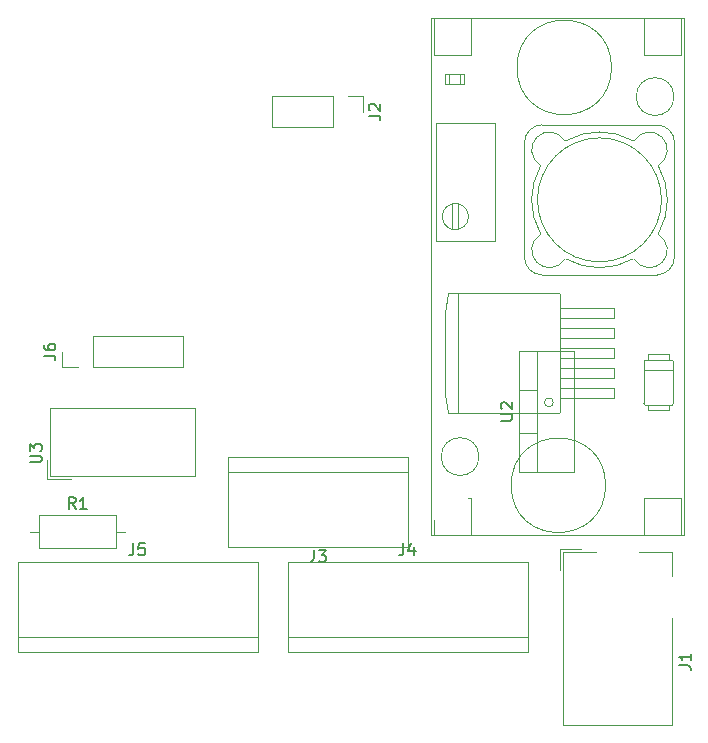
<source format=gbr>
%TF.GenerationSoftware,KiCad,Pcbnew,(6.0.7)*%
%TF.CreationDate,2022-09-24T10:52:59-05:00*%
%TF.ProjectId,adap0,61646170-302e-46b6-9963-61645f706362,rev?*%
%TF.SameCoordinates,Original*%
%TF.FileFunction,Legend,Top*%
%TF.FilePolarity,Positive*%
%FSLAX46Y46*%
G04 Gerber Fmt 4.6, Leading zero omitted, Abs format (unit mm)*
G04 Created by KiCad (PCBNEW (6.0.7)) date 2022-09-24 10:52:59*
%MOMM*%
%LPD*%
G01*
G04 APERTURE LIST*
%ADD10C,0.150000*%
%ADD11C,0.120000*%
G04 APERTURE END LIST*
D10*
%TO.C,J4*%
X164746666Y-94982380D02*
X164746666Y-95696666D01*
X164699047Y-95839523D01*
X164603809Y-95934761D01*
X164460952Y-95982380D01*
X164365714Y-95982380D01*
X165651428Y-95315714D02*
X165651428Y-95982380D01*
X165413333Y-94934761D02*
X165175238Y-95649047D01*
X165794285Y-95649047D01*
%TO.C,J6*%
X134282380Y-79073333D02*
X134996666Y-79073333D01*
X135139523Y-79120952D01*
X135234761Y-79216190D01*
X135282380Y-79359047D01*
X135282380Y-79454285D01*
X134282380Y-78168571D02*
X134282380Y-78359047D01*
X134330000Y-78454285D01*
X134377619Y-78501904D01*
X134520476Y-78597142D01*
X134710952Y-78644761D01*
X135091904Y-78644761D01*
X135187142Y-78597142D01*
X135234761Y-78549523D01*
X135282380Y-78454285D01*
X135282380Y-78263809D01*
X135234761Y-78168571D01*
X135187142Y-78120952D01*
X135091904Y-78073333D01*
X134853809Y-78073333D01*
X134758571Y-78120952D01*
X134710952Y-78168571D01*
X134663333Y-78263809D01*
X134663333Y-78454285D01*
X134710952Y-78549523D01*
X134758571Y-78597142D01*
X134853809Y-78644761D01*
%TO.C,J3*%
X157176666Y-95542380D02*
X157176666Y-96256666D01*
X157129047Y-96399523D01*
X157033809Y-96494761D01*
X156890952Y-96542380D01*
X156795714Y-96542380D01*
X157557619Y-95542380D02*
X158176666Y-95542380D01*
X157843333Y-95923333D01*
X157986190Y-95923333D01*
X158081428Y-95970952D01*
X158129047Y-96018571D01*
X158176666Y-96113809D01*
X158176666Y-96351904D01*
X158129047Y-96447142D01*
X158081428Y-96494761D01*
X157986190Y-96542380D01*
X157700476Y-96542380D01*
X157605238Y-96494761D01*
X157557619Y-96447142D01*
%TO.C,U3*%
X133112380Y-88121904D02*
X133921904Y-88121904D01*
X134017142Y-88074285D01*
X134064761Y-88026666D01*
X134112380Y-87931428D01*
X134112380Y-87740952D01*
X134064761Y-87645714D01*
X134017142Y-87598095D01*
X133921904Y-87550476D01*
X133112380Y-87550476D01*
X133112380Y-87169523D02*
X133112380Y-86550476D01*
X133493333Y-86883809D01*
X133493333Y-86740952D01*
X133540952Y-86645714D01*
X133588571Y-86598095D01*
X133683809Y-86550476D01*
X133921904Y-86550476D01*
X134017142Y-86598095D01*
X134064761Y-86645714D01*
X134112380Y-86740952D01*
X134112380Y-87026666D01*
X134064761Y-87121904D01*
X134017142Y-87169523D01*
%TO.C,R1*%
X136993333Y-92062380D02*
X136660000Y-91586190D01*
X136421904Y-92062380D02*
X136421904Y-91062380D01*
X136802857Y-91062380D01*
X136898095Y-91110000D01*
X136945714Y-91157619D01*
X136993333Y-91252857D01*
X136993333Y-91395714D01*
X136945714Y-91490952D01*
X136898095Y-91538571D01*
X136802857Y-91586190D01*
X136421904Y-91586190D01*
X137945714Y-92062380D02*
X137374285Y-92062380D01*
X137660000Y-92062380D02*
X137660000Y-91062380D01*
X137564761Y-91205238D01*
X137469523Y-91300476D01*
X137374285Y-91348095D01*
%TO.C,J1*%
X188082380Y-105303333D02*
X188796666Y-105303333D01*
X188939523Y-105350952D01*
X189034761Y-105446190D01*
X189082380Y-105589047D01*
X189082380Y-105684285D01*
X189082380Y-104303333D02*
X189082380Y-104874761D01*
X189082380Y-104589047D02*
X188082380Y-104589047D01*
X188225238Y-104684285D01*
X188320476Y-104779523D01*
X188368095Y-104874761D01*
%TO.C,J5*%
X141886666Y-94982380D02*
X141886666Y-95696666D01*
X141839047Y-95839523D01*
X141743809Y-95934761D01*
X141600952Y-95982380D01*
X141505714Y-95982380D01*
X142839047Y-94982380D02*
X142362857Y-94982380D01*
X142315238Y-95458571D01*
X142362857Y-95410952D01*
X142458095Y-95363333D01*
X142696190Y-95363333D01*
X142791428Y-95410952D01*
X142839047Y-95458571D01*
X142886666Y-95553809D01*
X142886666Y-95791904D01*
X142839047Y-95887142D01*
X142791428Y-95934761D01*
X142696190Y-95982380D01*
X142458095Y-95982380D01*
X142362857Y-95934761D01*
X142315238Y-95887142D01*
%TO.C,J2*%
X161802380Y-58753333D02*
X162516666Y-58753333D01*
X162659523Y-58800952D01*
X162754761Y-58896190D01*
X162802380Y-59039047D01*
X162802380Y-59134285D01*
X161897619Y-58324761D02*
X161850000Y-58277142D01*
X161802380Y-58181904D01*
X161802380Y-57943809D01*
X161850000Y-57848571D01*
X161897619Y-57800952D01*
X161992857Y-57753333D01*
X162088095Y-57753333D01*
X162230952Y-57800952D01*
X162802380Y-58372380D01*
X162802380Y-57753333D01*
%TO.C,U2*%
X172982380Y-84581904D02*
X173791904Y-84581904D01*
X173887142Y-84534285D01*
X173934761Y-84486666D01*
X173982380Y-84391428D01*
X173982380Y-84200952D01*
X173934761Y-84105714D01*
X173887142Y-84058095D01*
X173791904Y-84010476D01*
X172982380Y-84010476D01*
X173077619Y-83581904D02*
X173030000Y-83534285D01*
X172982380Y-83439047D01*
X172982380Y-83200952D01*
X173030000Y-83105714D01*
X173077619Y-83058095D01*
X173172857Y-83010476D01*
X173268095Y-83010476D01*
X173410952Y-83058095D01*
X173982380Y-83629523D01*
X173982380Y-83010476D01*
D11*
%TO.C,J4*%
X175260000Y-102870000D02*
X154940000Y-102870000D01*
X154940000Y-96520000D02*
X175260000Y-96520000D01*
X154940000Y-96520000D02*
X154940000Y-104140000D01*
X175260000Y-104140000D02*
X175260000Y-96520000D01*
X154940000Y-104140000D02*
X175260000Y-104140000D01*
%TO.C,J6*%
X137160000Y-80070000D02*
X135830000Y-80070000D01*
X146110000Y-80070000D02*
X146110000Y-77410000D01*
X138430000Y-80070000D02*
X146110000Y-80070000D01*
X135830000Y-80070000D02*
X135830000Y-78740000D01*
X138430000Y-77410000D02*
X146110000Y-77410000D01*
X138430000Y-80070000D02*
X138430000Y-77410000D01*
%TO.C,J3*%
X149860000Y-87630000D02*
X149860000Y-95250000D01*
X165100000Y-95250000D02*
X149860000Y-95250000D01*
X165100000Y-87630000D02*
X149860000Y-87630000D01*
X165100000Y-88900000D02*
X149860000Y-88900000D01*
X165100000Y-87630000D02*
X165100000Y-95250000D01*
%TO.C,U3*%
X134840000Y-89230000D02*
X134840000Y-83490000D01*
X134560000Y-89520000D02*
X134560000Y-87910000D01*
X134840000Y-83480000D02*
X147100000Y-83480000D01*
X147100000Y-83480000D02*
X147100000Y-89240000D01*
X134560000Y-89520000D02*
X136560000Y-89520000D01*
X147100000Y-89240000D02*
X134850000Y-89240000D01*
%TO.C,R1*%
X133890000Y-92610000D02*
X133890000Y-95350000D01*
X141200000Y-93980000D02*
X140430000Y-93980000D01*
X140430000Y-92610000D02*
X133890000Y-92610000D01*
X140430000Y-95350000D02*
X140430000Y-92610000D01*
X133120000Y-93980000D02*
X133890000Y-93980000D01*
X133890000Y-95350000D02*
X140430000Y-95350000D01*
%TO.C,J1*%
X187480000Y-101320000D02*
X187480000Y-110320000D01*
X178040000Y-97220000D02*
X178040000Y-95480000D01*
X178040000Y-95480000D02*
X179780000Y-95480000D01*
X178280000Y-110320000D02*
X178280000Y-95720000D01*
X187480000Y-95720000D02*
X187480000Y-97720000D01*
X187480000Y-110320000D02*
X178280000Y-110320000D01*
X178280000Y-95720000D02*
X181080000Y-95720000D01*
X184680000Y-95720000D02*
X187480000Y-95720000D01*
%TO.C,J5*%
X152400000Y-102870000D02*
X132080000Y-102870000D01*
X132080000Y-96520000D02*
X132080000Y-104140000D01*
X132080000Y-96520000D02*
X152400000Y-96520000D01*
X152400000Y-104140000D02*
X152400000Y-96520000D01*
X132080000Y-104140000D02*
X152400000Y-104140000D01*
%TO.C,J2*%
X158750000Y-57090000D02*
X153610000Y-57090000D01*
X161350000Y-57090000D02*
X161350000Y-58420000D01*
X160020000Y-57090000D02*
X161350000Y-57090000D01*
X158750000Y-57090000D02*
X158750000Y-59750000D01*
X158750000Y-59750000D02*
X153610000Y-59750000D01*
X153610000Y-57090000D02*
X153610000Y-59750000D01*
%TO.C,U1*%
X172542294Y-59460217D02*
X172542294Y-69360217D01*
X182606670Y-75899767D02*
X182606670Y-75059767D01*
X167541295Y-60767688D02*
X167541295Y-60801643D01*
X174995796Y-61042603D02*
X174995796Y-70742603D01*
X182606670Y-79299767D02*
X177976670Y-79299767D01*
X177976670Y-83882203D02*
X177976670Y-73877330D01*
X177899106Y-83959767D02*
X168547610Y-83959767D01*
X167330000Y-53650000D02*
X167330000Y-50535000D01*
X169914149Y-83960767D02*
X170075687Y-83960767D01*
X182606670Y-76759767D02*
X177976670Y-76759767D01*
X170485000Y-94260000D02*
X170490000Y-91130000D01*
X176495796Y-72242603D02*
X186195796Y-72242603D01*
X167592295Y-59410217D02*
X172492294Y-59410217D01*
X177899106Y-73799767D02*
X168547610Y-73799767D01*
X182606670Y-82699767D02*
X177976670Y-82699767D01*
X182606670Y-75059767D02*
X177976670Y-75059767D01*
X182606670Y-77599767D02*
X177976670Y-77599767D01*
X168290296Y-55261319D02*
X169890295Y-55261319D01*
X186195796Y-59542603D02*
X176495796Y-59542603D01*
X187695796Y-70742603D02*
X187695796Y-61042603D01*
X167542295Y-69360217D02*
X167542295Y-59460217D01*
X168917294Y-68361406D02*
X168892295Y-68349447D01*
X168892295Y-66270986D02*
X168892295Y-68349447D01*
X188525000Y-94265000D02*
X188525000Y-50515000D01*
X177899106Y-83959767D02*
X177976670Y-83882203D01*
X169570295Y-55261319D02*
X169570295Y-56061319D01*
X177976670Y-73877330D02*
X177899106Y-73799767D01*
X169890295Y-56061319D02*
X168290296Y-56061319D01*
X182606670Y-79299767D02*
X182606670Y-78459767D01*
X182606670Y-80999767D02*
X182606670Y-80159767D01*
X168290296Y-55261319D02*
X168290296Y-56061319D01*
X185193217Y-80298642D02*
X187493217Y-80298642D01*
X168917294Y-68361406D02*
X168912062Y-68385853D01*
X167075000Y-94265000D02*
X188525000Y-94265000D01*
X182606670Y-75899767D02*
X177976670Y-75899767D01*
X182606670Y-80999767D02*
X177976670Y-80999767D01*
X169392294Y-68349447D02*
X169392294Y-66270986D01*
X187493217Y-83228364D02*
X185193217Y-83228364D01*
X185110000Y-53650000D02*
X185110000Y-50535000D01*
X182606670Y-82699767D02*
X182606670Y-81859767D01*
X167330000Y-94260000D02*
X167330000Y-92960000D01*
X168917294Y-68361406D02*
X168886075Y-68354236D01*
X187593217Y-79528364D02*
X187593217Y-83128364D01*
X169890295Y-55261319D02*
X169890295Y-56061319D01*
X187218217Y-83678364D02*
X185468217Y-83678364D01*
X187218217Y-78978364D02*
X187218217Y-79428364D01*
X188270000Y-53650000D02*
X185110000Y-53650000D01*
X185468217Y-83678364D02*
X185468217Y-83228364D01*
X167075000Y-50515000D02*
X167075000Y-94265000D01*
X185093217Y-83128364D02*
X185093217Y-79528364D01*
X185110000Y-94260000D02*
X185110000Y-91130000D01*
X172492294Y-69410217D02*
X167592295Y-69410217D01*
X170180000Y-91130000D02*
X170490000Y-91130000D01*
X167541295Y-60851022D02*
X167541295Y-60895894D01*
X168256671Y-75449767D02*
X168547610Y-73799767D01*
X182606670Y-78459767D02*
X177976670Y-78459767D01*
X185110000Y-91130000D02*
X188270000Y-91130000D01*
X185704696Y-79427364D02*
X185610144Y-79427364D01*
X170490000Y-53650000D02*
X170490000Y-50490000D01*
X182606670Y-80159767D02*
X177976670Y-80159767D01*
X185468217Y-78978364D02*
X187218217Y-78978364D01*
X182606670Y-77599767D02*
X182606670Y-76759767D01*
X169336670Y-73799767D02*
X169336670Y-83959767D01*
X168547610Y-83959767D02*
X168256671Y-82309767D01*
X168860900Y-68373615D02*
X168892295Y-68349447D01*
X187218217Y-83228364D02*
X187218217Y-83678364D01*
X168256671Y-82309767D02*
X168256671Y-75449767D01*
X182606670Y-81859767D02*
X177976670Y-81859767D01*
X185468217Y-79428364D02*
X185468217Y-78978364D01*
X188270000Y-94260000D02*
X188270000Y-91130000D01*
X188525000Y-50515000D02*
X167075000Y-50515000D01*
X168610296Y-56061319D02*
X168610296Y-55261319D01*
X185193217Y-79428364D02*
X187493217Y-79428364D01*
X170490000Y-53650000D02*
X167330000Y-53650000D01*
X188270000Y-53650000D02*
X188270000Y-50535000D01*
X187593236Y-79528364D02*
G75*
G03*
X187493217Y-79428364I-100036J-36D01*
G01*
X187695797Y-61042603D02*
G75*
G03*
X186195796Y-59542603I-1499997J3D01*
G01*
X176309531Y-68862390D02*
G75*
G03*
X178376011Y-70928868I793629J-1272850D01*
G01*
X172492294Y-69410194D02*
G75*
G03*
X172542294Y-69360217I6J49994D01*
G01*
X184315560Y-70928882D02*
G75*
G03*
X184181409Y-70894783I-84860J-52918D01*
G01*
X178376039Y-60856321D02*
G75*
G03*
X178510184Y-60890423I84861J52921D01*
G01*
X186382075Y-62922838D02*
G75*
G03*
X186347976Y-63056989I52925J-84862D01*
G01*
X186347976Y-68728217D02*
G75*
G03*
X186347976Y-63056989I-5002180J2835614D01*
G01*
X187493217Y-83228417D02*
G75*
G03*
X187593217Y-83128364I-17J100017D01*
G01*
X167592295Y-59410195D02*
G75*
G03*
X167542295Y-59460217I5J-50005D01*
G01*
X178510200Y-70894751D02*
G75*
G03*
X178376010Y-70928869I-49300J-87049D01*
G01*
X176309512Y-68862359D02*
G75*
G03*
X176343617Y-68728217I-52912J84859D01*
G01*
X184315590Y-70928863D02*
G75*
G03*
X186382062Y-68862389I1272810J793663D01*
G01*
X176343641Y-63057002D02*
G75*
G03*
X176309531Y-62922817I-87041J49302D01*
G01*
X185093236Y-83128364D02*
G75*
G03*
X185193217Y-83228364I99964J-36D01*
G01*
X184181398Y-60890445D02*
G75*
G03*
X184315583Y-60856337I49302J87045D01*
G01*
X186347947Y-68728201D02*
G75*
G03*
X186382062Y-68862389I87053J-49299D01*
G01*
X185193217Y-79428417D02*
G75*
G03*
X185093217Y-79528364I-17J-99983D01*
G01*
X184181412Y-60890421D02*
G75*
G03*
X178510183Y-60890424I-2835612J-5002179D01*
G01*
X176495796Y-59542596D02*
G75*
G03*
X174995796Y-61042603I4J-1500004D01*
G01*
X178376018Y-60856333D02*
G75*
G03*
X176309531Y-62922817I-1272818J-793667D01*
G01*
X172542283Y-59460217D02*
G75*
G03*
X172492294Y-59410217I-49983J17D01*
G01*
X174995797Y-70742603D02*
G75*
G03*
X176495796Y-72242603I1500003J3D01*
G01*
X176343617Y-63056989D02*
G75*
G03*
X176343617Y-68728216I5002178J-2835613D01*
G01*
X186382062Y-62922818D02*
G75*
G03*
X184315582Y-60856338I-793622J1272858D01*
G01*
X167542283Y-69360217D02*
G75*
G03*
X167592295Y-69410217I50017J17D01*
G01*
X169423690Y-68373615D02*
G75*
G03*
X169372527Y-68385852I-281390J1063415D01*
G01*
X186195796Y-72242596D02*
G75*
G03*
X187695796Y-70742603I4J1499996D01*
G01*
X178510185Y-70894779D02*
G75*
G03*
X184181410Y-70894782I2835615J5002179D01*
G01*
X181867418Y-90063334D02*
G75*
G03*
X181867418Y-90063334I-4000000J0D01*
G01*
X186595796Y-65892603D02*
G75*
G03*
X186595796Y-65892603I-5250000J0D01*
G01*
X182365206Y-54680693D02*
G75*
G03*
X182365206Y-54680693I-4000000J0D01*
G01*
X171143999Y-87630000D02*
G75*
G03*
X171143999Y-87630000I-1598999J0D01*
G01*
X187654000Y-57150000D02*
G75*
G03*
X187654000Y-57150000I-1599000J0D01*
G01*
X177439594Y-83036821D02*
G75*
G03*
X177439594Y-83036821I-375000J0D01*
G01*
%TO.C,U2*%
X176040000Y-88940000D02*
X176040000Y-78700000D01*
X179171000Y-88940000D02*
X179171000Y-78700000D01*
X174530000Y-88940000D02*
X179171000Y-88940000D01*
X174530000Y-78700000D02*
X179171000Y-78700000D01*
X174530000Y-81969000D02*
X176040000Y-81969000D01*
X174530000Y-88940000D02*
X174530000Y-78700000D01*
X174530000Y-85670000D02*
X176040000Y-85670000D01*
%TD*%
M02*

</source>
